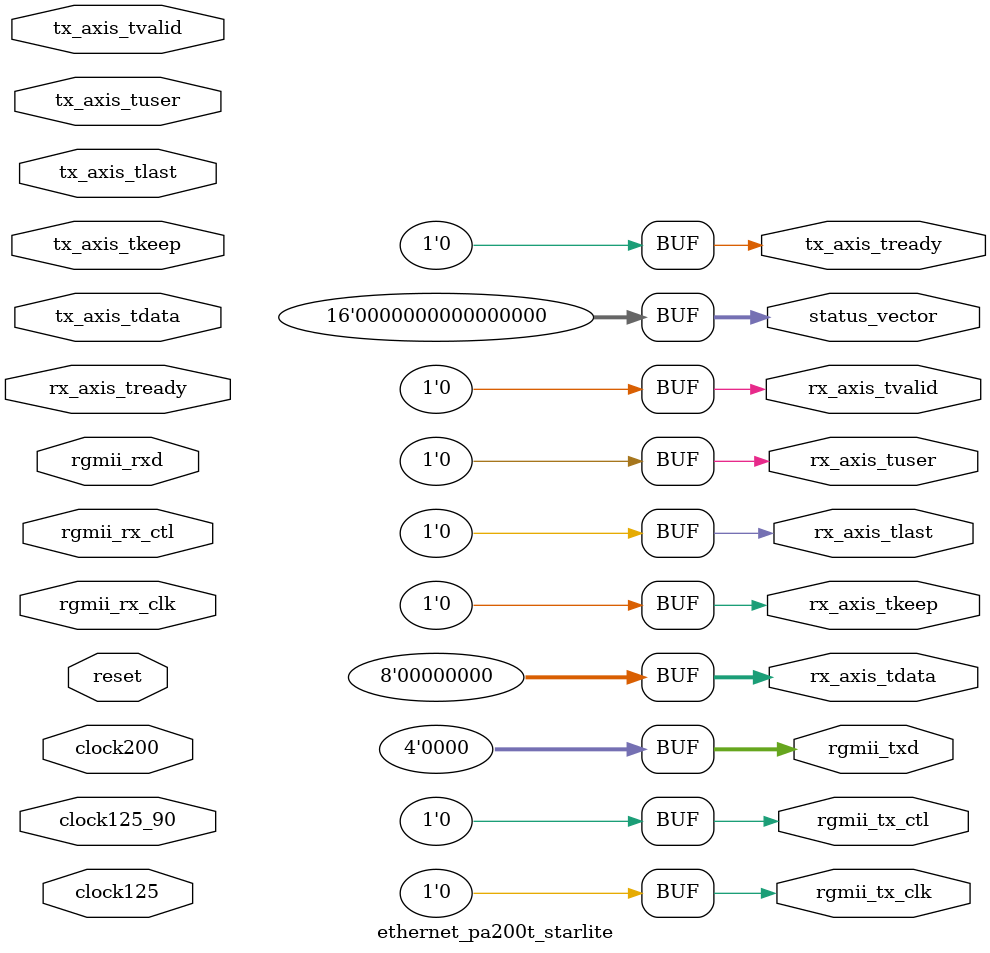
<source format=v>
module ethernet_pa200t_starlite (
    (* X_INTERFACE_INFO = "xilinx.com:signal:reset:1.0 reset RST" *)
    (* X_INTERFACE_PARAMETER = "POLARITY ACTIVE_HIGH" *)
    input reset,

    (* X_INTERFACE_INFO = "xilinx.com:signal:clock:1.0 clock125 CLK" *)
    (* X_INTERFACE_PARAMETER = "ASSOCIATED_BUSIF TX_AXIS:RX_AXIS, ASSOCIATED_RESET reset, FREQ_HZ 125000000" *)
    input wire clock125,

    (* X_INTERFACE_INFO = "xilinx.com:signal:clock:1.0 clock125_90 CLK" *)
    (* X_INTERFACE_PARAMETER = "FREQ_HZ 125000000" *)
    input wire clock125_90,

    (* X_INTERFACE_INFO = "xilinx.com:signal:clock:1.0 clock200 CLK" *)
    (* X_INTERFACE_PARAMETER = "FREQ_HZ 200000000" *)
    input wire clock200,

    (* X_INTERFACE_INFO = "xilinx.com:interface:axis:1.0 TX_AXIS TDATA" *)
    input wire [7:0] tx_axis_tdata,
    (* X_INTERFACE_INFO = "xilinx.com:interface:axis:1.0 TX_AXIS TKEEP" *)
    input wire [0:0] tx_axis_tkeep,
    (* X_INTERFACE_INFO = "xilinx.com:interface:axis:1.0 TX_AXIS TVALID" *)
    input wire tx_axis_tvalid,
    (* X_INTERFACE_INFO = "xilinx.com:interface:axis:1.0 TX_AXIS TREADY" *)
    output wire tx_axis_tready,
    (* X_INTERFACE_INFO = "xilinx.com:interface:axis:1.0 TX_AXIS TLAST" *)
    input wire tx_axis_tlast,
    (* X_INTERFACE_INFO = "xilinx.com:interface:axis:1.0 TX_AXIS TUSER" *)
    input wire tx_axis_tuser,

    (* X_INTERFACE_INFO = "xilinx.com:interface:axis:1.0 RX_AXIS TDATA" *)
    output wire [7:0] rx_axis_tdata,
    (* X_INTERFACE_INFO = "xilinx.com:interface:axis:1.0 RX_AXIS TKEEP" *)
    output wire [0:0] rx_axis_tkeep,
    (* X_INTERFACE_INFO = "xilinx.com:interface:axis:1.0 RX_AXIS TVALID" *)
    output wire rx_axis_tvalid,
    (* X_INTERFACE_INFO = "xilinx.com:interface:axis:1.0 RX_AXIS TREADY" *)
    input wire rx_axis_tready,
    (* X_INTERFACE_INFO = "xilinx.com:interface:axis:1.0 RX_AXIS TLAST" *)
    output wire rx_axis_tlast,
    (* X_INTERFACE_INFO = "xilinx.com:interface:axis:1.0 RX_AXIS TUSER" *)
    output wire rx_axis_tuser,

    output wire [15:0] status_vector,

    (* X_INTERFACE_INFO = "xilinx.com:interface:rgmii:1.0 RGMII TD" *)
    output [3:0] rgmii_txd,
    (* X_INTERFACE_INFO = "xilinx.com:interface:rgmii:1.0 RGMII TX_CTL" *)
    output rgmii_tx_ctl,
    (* X_INTERFACE_INFO = "xilinx.com:interface:rgmii:1.0 RGMII TXC" *)
    output rgmii_tx_clk,
    (* X_INTERFACE_INFO = "xilinx.com:interface:rgmii:1.0 RGMII RD" *)
    input [3:0] rgmii_rxd,
    (* X_INTERFACE_INFO = "xilinx.com:interface:rgmii:1.0 RGMII RX_CTL" *)
    input rgmii_rx_ctl,
    (* X_INTERFACE_INFO = "xilinx.com:interface:rgmii:1.0 RGMII RXC" *)
    input rgmii_rx_clk
);

// Tie off all outputs - ethernet disabled
assign tx_axis_tready = 1'b0;
assign rx_axis_tdata = 8'b0;
assign rx_axis_tkeep = 1'b0;
assign rx_axis_tvalid = 1'b0;
assign rx_axis_tlast = 1'b0;
assign rx_axis_tuser = 1'b0;
assign status_vector = 16'b0;

// Tie off RGMII outputs
assign rgmii_txd = 4'b0;
assign rgmii_tx_ctl = 1'b0;
assign rgmii_tx_clk = 1'b0;

endmodule

</source>
